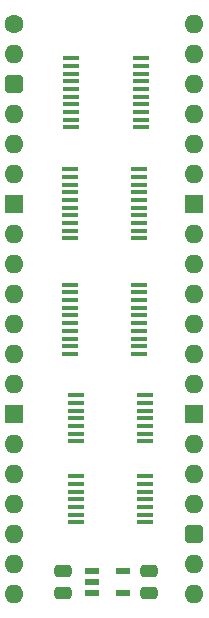
<source format=gts>
%TF.GenerationSoftware,KiCad,Pcbnew,8.0.2*%
%TF.CreationDate,2024-06-07T10:07:28+02:00*%
%TF.ProjectId,HCP65 Device Reset,48435036-3520-4446-9576-696365205265,V1*%
%TF.SameCoordinates,PX525bfc0PY43d3480*%
%TF.FileFunction,Soldermask,Top*%
%TF.FilePolarity,Negative*%
%FSLAX46Y46*%
G04 Gerber Fmt 4.6, Leading zero omitted, Abs format (unit mm)*
G04 Created by KiCad (PCBNEW 8.0.2) date 2024-06-07 10:07:28*
%MOMM*%
%LPD*%
G01*
G04 APERTURE LIST*
G04 Aperture macros list*
%AMRoundRect*
0 Rectangle with rounded corners*
0 $1 Rounding radius*
0 $2 $3 $4 $5 $6 $7 $8 $9 X,Y pos of 4 corners*
0 Add a 4 corners polygon primitive as box body*
4,1,4,$2,$3,$4,$5,$6,$7,$8,$9,$2,$3,0*
0 Add four circle primitives for the rounded corners*
1,1,$1+$1,$2,$3*
1,1,$1+$1,$4,$5*
1,1,$1+$1,$6,$7*
1,1,$1+$1,$8,$9*
0 Add four rect primitives between the rounded corners*
20,1,$1+$1,$2,$3,$4,$5,0*
20,1,$1+$1,$4,$5,$6,$7,0*
20,1,$1+$1,$6,$7,$8,$9,0*
20,1,$1+$1,$8,$9,$2,$3,0*%
G04 Aperture macros list end*
%ADD10RoundRect,0.250000X0.475000X-0.250000X0.475000X0.250000X-0.475000X0.250000X-0.475000X-0.250000X0*%
%ADD11R,1.150000X0.600000*%
%ADD12R,1.475000X0.450000*%
%ADD13C,1.600000*%
%ADD14O,1.600000X1.600000*%
%ADD15RoundRect,0.400000X-0.400000X-0.400000X0.400000X-0.400000X0.400000X0.400000X-0.400000X0.400000X0*%
%ADD16R,1.600000X1.600000*%
G04 APERTURE END LIST*
D10*
%TO.C,C10*%
X11430000Y-48193085D03*
X11430000Y-46293085D03*
%TD*%
D11*
%TO.C,IC11*%
X6604000Y-46309085D03*
X6604000Y-47259085D03*
X6604000Y-48209085D03*
X9204000Y-48209085D03*
X9204000Y-46309085D03*
%TD*%
D12*
%TO.C,IC8*%
X5190000Y-38309000D03*
X5190000Y-38959000D03*
X5190000Y-39609000D03*
X5190000Y-40259000D03*
X5190000Y-40909000D03*
X5190000Y-41559000D03*
X5190000Y-42209000D03*
X11066000Y-42209000D03*
X11066000Y-41559000D03*
X11066000Y-40909000D03*
X11066000Y-40259000D03*
X11066000Y-39609000D03*
X11066000Y-38959000D03*
X11066000Y-38309000D03*
%TD*%
%TO.C,IC2*%
X4809000Y-2917000D03*
X4809000Y-3567000D03*
X4809000Y-4217000D03*
X4809000Y-4867000D03*
X4809000Y-5517000D03*
X4809000Y-6167000D03*
X4809000Y-6817000D03*
X4809000Y-7467000D03*
X4809000Y-8117000D03*
X4809000Y-8767000D03*
X10685000Y-8767000D03*
X10685000Y-8117000D03*
X10685000Y-7467000D03*
X10685000Y-6817000D03*
X10685000Y-6167000D03*
X10685000Y-5517000D03*
X10685000Y-4867000D03*
X10685000Y-4217000D03*
X10685000Y-3567000D03*
X10685000Y-2917000D03*
%TD*%
D13*
%TO.C,J4*%
X0Y0D03*
D14*
X0Y-2540000D03*
D15*
X0Y-5080000D03*
D14*
X0Y-7620000D03*
X0Y-10160000D03*
X0Y-12700000D03*
D16*
X0Y-15240000D03*
D14*
X0Y-17780000D03*
X0Y-20320000D03*
X0Y-22860000D03*
X0Y-25400000D03*
X0Y-27940000D03*
X0Y-30480000D03*
D16*
X0Y-33020000D03*
D14*
X0Y-35560000D03*
X0Y-38100000D03*
X0Y-40640000D03*
X0Y-43180000D03*
X0Y-45720000D03*
X0Y-48260000D03*
X15240000Y-48260000D03*
X15240000Y-45720000D03*
D15*
X15240000Y-43180000D03*
D14*
X15240000Y-40640000D03*
X15240000Y-38100000D03*
X15240000Y-35560000D03*
D16*
X15240000Y-33020000D03*
D14*
X15240000Y-30480000D03*
X15240000Y-27940000D03*
X15240000Y-25400000D03*
X15240000Y-22860000D03*
X15240000Y-20320000D03*
X15240000Y-17780000D03*
D16*
X15240000Y-15240000D03*
D14*
X15240000Y-12700000D03*
X15240000Y-10160000D03*
X15240000Y-7620000D03*
X15240000Y-5080000D03*
X15240000Y-2540000D03*
X15240000Y0D03*
%TD*%
D10*
%TO.C,C9*%
X4094000Y-48193085D03*
X4094000Y-46293085D03*
%TD*%
D12*
%TO.C,IC6*%
X4682000Y-12315000D03*
X4682000Y-12965000D03*
X4682000Y-13615000D03*
X4682000Y-14265000D03*
X4682000Y-14915000D03*
X4682000Y-15565000D03*
X4682000Y-16215000D03*
X4682000Y-16865000D03*
X4682000Y-17515000D03*
X4682000Y-18165000D03*
X10558000Y-18165000D03*
X10558000Y-17515000D03*
X10558000Y-16865000D03*
X10558000Y-16215000D03*
X10558000Y-15565000D03*
X10558000Y-14915000D03*
X10558000Y-14265000D03*
X10558000Y-13615000D03*
X10558000Y-12965000D03*
X10558000Y-12315000D03*
%TD*%
%TO.C,IC9*%
X4682000Y-22094000D03*
X4682000Y-22744000D03*
X4682000Y-23394000D03*
X4682000Y-24044000D03*
X4682000Y-24694000D03*
X4682000Y-25344000D03*
X4682000Y-25994000D03*
X4682000Y-26644000D03*
X4682000Y-27294000D03*
X4682000Y-27944000D03*
X10558000Y-27944000D03*
X10558000Y-27294000D03*
X10558000Y-26644000D03*
X10558000Y-25994000D03*
X10558000Y-25344000D03*
X10558000Y-24694000D03*
X10558000Y-24044000D03*
X10558000Y-23394000D03*
X10558000Y-22744000D03*
X10558000Y-22094000D03*
%TD*%
%TO.C,IC7*%
X5190000Y-31451000D03*
X5190000Y-32101000D03*
X5190000Y-32751000D03*
X5190000Y-33401000D03*
X5190000Y-34051000D03*
X5190000Y-34701000D03*
X5190000Y-35351000D03*
X11066000Y-35351000D03*
X11066000Y-34701000D03*
X11066000Y-34051000D03*
X11066000Y-33401000D03*
X11066000Y-32751000D03*
X11066000Y-32101000D03*
X11066000Y-31451000D03*
%TD*%
M02*

</source>
